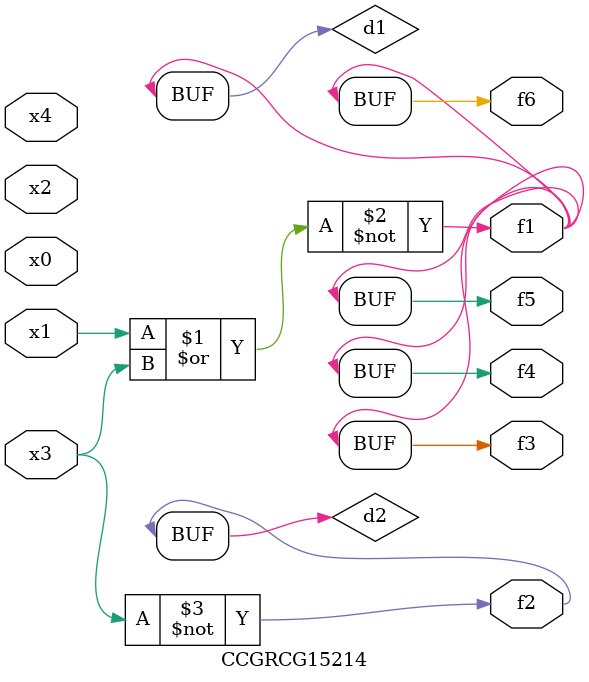
<source format=v>
module CCGRCG15214(
	input x0, x1, x2, x3, x4,
	output f1, f2, f3, f4, f5, f6
);

	wire d1, d2;

	nor (d1, x1, x3);
	not (d2, x3);
	assign f1 = d1;
	assign f2 = d2;
	assign f3 = d1;
	assign f4 = d1;
	assign f5 = d1;
	assign f6 = d1;
endmodule

</source>
